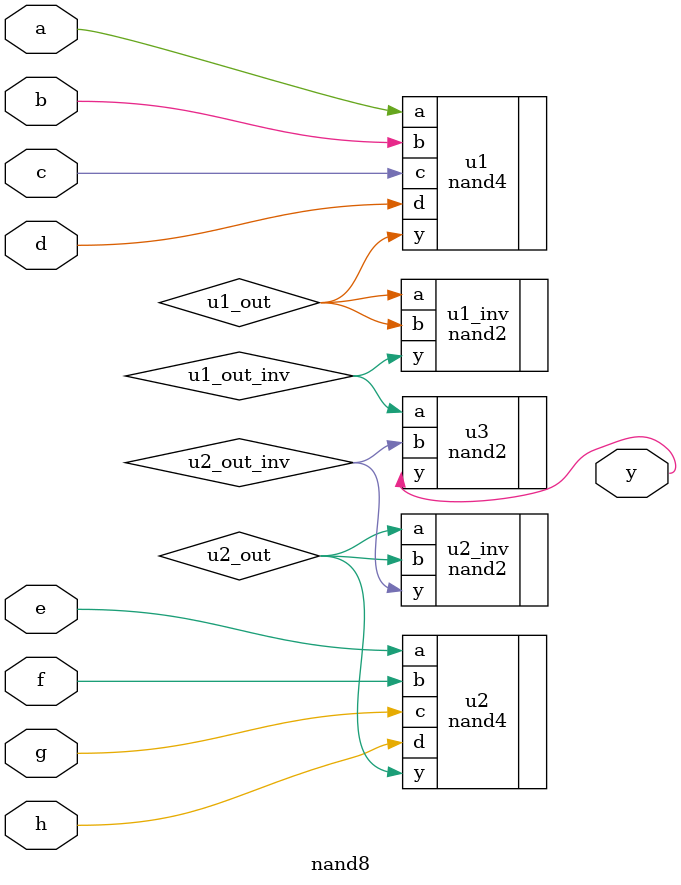
<source format=sv>
`timescale 1ns / 1ps

module nand8 ( 
    input  logic a, b, c, d, e, f, g, h,
    output logic y
);

    logic u1_out, u1_out_inv;
    logic u2_out, u2_out_inv;

    
    nand4 u1 (.a(a), .b(b), .c(c), .d(d), .y(u1_out));
    nand2 u1_inv (.a(u1_out), .b(u1_out), .y(u1_out_inv));

    
    nand4 u2 (.a(e), .b(f), .c(g), .d(h), .y(u2_out));
    nand2 u2_inv (.a(u2_out), .b(u2_out), .y(u2_out_inv));


    nand2 u3 (.a(u1_out_inv), .b(u2_out_inv), .y(y));

endmodule

</source>
